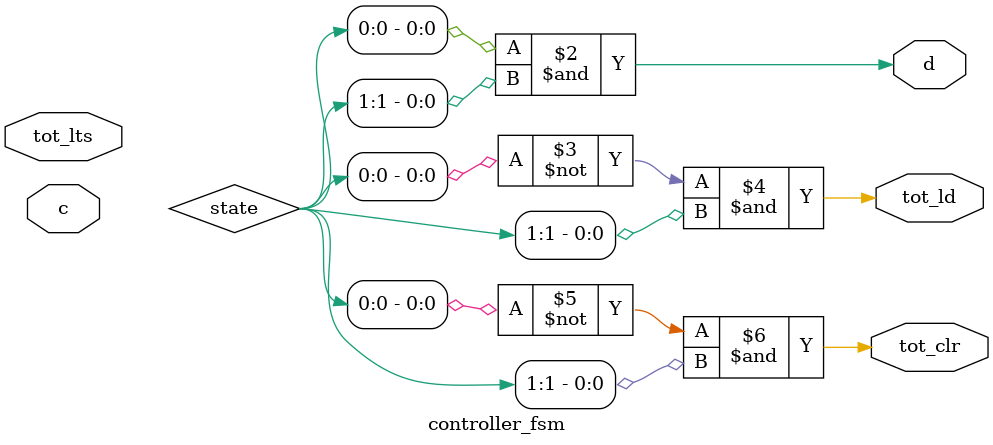
<source format=v>


module controller_fsm
(input	c, tot_lts,
	output tot_clr, tot_ld, d);

	// Declare state register
	reg		[1:0] state;

	// Declare states
	parameter init = 2'b00, waits = 2'b01, add = 2'b10, disp = 2'b11;

	// Determine the next state synchronously, based on the
	// current state and the input
	always @ (c or tot_lts) begin
		case (state)
			init:
				begin
					state <= waits;
				end
			waits:
				if (c)
				begin
					state <= add;
				end
				else if (tot_lts) begin
					state <= disp;
				end
				else
				begin
					state <= waits;
				end
			add:
				
				begin
					state <= waits;
				end
				
			disp:
				begin
					state <= init;
				end
		endcase
	end

	assign d = state[0] & state[1];
	assign tot_ld = ~state[0] & state[1];
	assign tot_clr = ~state[0] & state[1];

endmodule
</source>
